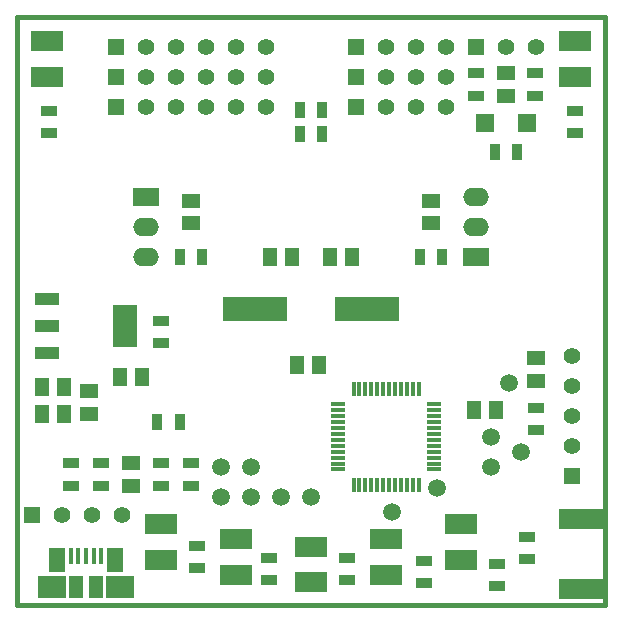
<source format=gts>
G04 (created by PCBNEW-RS274X (2012-01-19 BZR 3256)-stable) date 4/1/2013 11:25:46 AM*
G01*
G70*
G90*
%MOIN*%
G04 Gerber Fmt 3.4, Leading zero omitted, Abs format*
%FSLAX34Y34*%
G04 APERTURE LIST*
%ADD10C,0.006000*%
%ADD11C,0.015000*%
%ADD12R,0.046200X0.074700*%
%ADD13R,0.093500X0.074700*%
%ADD14R,0.058000X0.082700*%
%ADD15R,0.017700X0.054300*%
%ADD16R,0.145700X0.066900*%
%ADD17R,0.086600X0.060000*%
%ADD18O,0.086600X0.060000*%
%ADD19R,0.080000X0.144000*%
%ADD20R,0.080000X0.040000*%
%ADD21R,0.011800X0.051200*%
%ADD22R,0.051200X0.011800*%
%ADD23R,0.059000X0.059000*%
%ADD24R,0.055000X0.055000*%
%ADD25C,0.055000*%
%ADD26R,0.216500X0.078700*%
%ADD27R,0.106200X0.070700*%
%ADD28R,0.055000X0.035000*%
%ADD29R,0.051200X0.059000*%
%ADD30R,0.059000X0.051200*%
%ADD31R,0.035000X0.055000*%
%ADD32C,0.059100*%
G04 APERTURE END LIST*
G54D10*
G54D11*
X27700Y-48600D02*
X27700Y-29000D01*
X47300Y-48600D02*
X27700Y-48600D01*
X47300Y-29000D02*
X47300Y-48600D01*
X27700Y-29000D02*
X47300Y-29000D01*
G54D12*
X29670Y-48000D03*
X30330Y-48000D03*
G54D13*
X31147Y-48000D03*
X28853Y-48000D03*
G54D14*
X30969Y-47095D03*
X29031Y-47095D03*
G54D15*
X29488Y-46953D03*
X29744Y-46953D03*
X30000Y-46953D03*
X30256Y-46953D03*
X30512Y-46953D03*
G54D16*
X46500Y-48061D03*
X46500Y-45739D03*
G54D17*
X43000Y-37000D03*
G54D18*
X43000Y-36000D03*
X43000Y-35000D03*
G54D17*
X32000Y-35000D03*
G54D18*
X32000Y-36000D03*
X32000Y-37000D03*
G54D19*
X31300Y-39300D03*
G54D20*
X28700Y-39300D03*
X28700Y-40200D03*
X28700Y-38400D03*
G54D21*
X40492Y-41386D03*
X40295Y-41386D03*
X40098Y-41386D03*
X39902Y-41386D03*
X39705Y-41386D03*
X41083Y-41386D03*
X40886Y-41386D03*
X40689Y-41386D03*
G54D22*
X38386Y-41917D03*
X38386Y-42114D03*
X38386Y-42311D03*
X38386Y-42508D03*
X38386Y-42705D03*
X38386Y-42902D03*
X38386Y-43098D03*
X38386Y-43295D03*
G54D21*
X38917Y-44614D03*
X39114Y-44614D03*
X39311Y-44614D03*
X39508Y-44614D03*
X39705Y-44614D03*
X39902Y-44614D03*
X40098Y-44614D03*
X40295Y-44614D03*
G54D22*
X41614Y-44083D03*
X41614Y-43886D03*
X41614Y-43689D03*
X41614Y-43492D03*
X41614Y-43295D03*
X41614Y-43098D03*
X41614Y-42902D03*
X41614Y-42705D03*
G54D21*
X39508Y-41386D03*
X39311Y-41386D03*
X39114Y-41386D03*
X38917Y-41386D03*
G54D22*
X38386Y-43492D03*
X38386Y-43689D03*
X38386Y-43886D03*
X38386Y-44083D03*
G54D21*
X40492Y-44614D03*
X40689Y-44614D03*
X40886Y-44614D03*
X41083Y-44614D03*
G54D22*
X41614Y-42508D03*
X41614Y-42311D03*
X41614Y-42114D03*
X41614Y-41917D03*
G54D23*
X44688Y-32550D03*
X43312Y-32550D03*
G54D24*
X43000Y-30000D03*
G54D25*
X44000Y-30000D03*
X45000Y-30000D03*
G54D26*
X35630Y-38750D03*
X39370Y-38750D03*
G54D27*
X28700Y-29810D03*
X28700Y-30990D03*
X46300Y-29810D03*
X46300Y-30990D03*
X32500Y-45910D03*
X32500Y-47090D03*
X35000Y-46410D03*
X35000Y-47590D03*
X37500Y-46660D03*
X37500Y-47840D03*
X40000Y-46410D03*
X40000Y-47590D03*
X42500Y-45910D03*
X42500Y-47090D03*
G54D28*
X32500Y-39125D03*
X32500Y-39875D03*
G54D29*
X28525Y-41350D03*
X29275Y-41350D03*
G54D30*
X45000Y-41125D03*
X45000Y-40375D03*
X33500Y-35875D03*
X33500Y-35125D03*
G54D29*
X42925Y-42100D03*
X43675Y-42100D03*
X37775Y-40600D03*
X37025Y-40600D03*
X36125Y-37000D03*
X36875Y-37000D03*
X38875Y-37000D03*
X38125Y-37000D03*
G54D30*
X31500Y-43875D03*
X31500Y-44625D03*
X30100Y-42225D03*
X30100Y-41475D03*
G54D28*
X28750Y-32125D03*
X28750Y-32875D03*
X45000Y-42775D03*
X45000Y-42025D03*
G54D31*
X41875Y-37000D03*
X41125Y-37000D03*
G54D28*
X29500Y-43875D03*
X29500Y-44625D03*
X30500Y-44625D03*
X30500Y-43875D03*
G54D31*
X37125Y-32900D03*
X37875Y-32900D03*
X37125Y-32100D03*
X37875Y-32100D03*
X33875Y-37000D03*
X33125Y-37000D03*
G54D28*
X46300Y-32125D03*
X46300Y-32875D03*
X44950Y-30875D03*
X44950Y-31625D03*
X33700Y-46625D03*
X33700Y-47375D03*
X36100Y-47025D03*
X36100Y-47775D03*
X38700Y-47025D03*
X38700Y-47775D03*
X41250Y-47125D03*
X41250Y-47875D03*
X43700Y-47225D03*
X43700Y-47975D03*
X44700Y-46325D03*
X44700Y-47075D03*
X33500Y-43875D03*
X33500Y-44625D03*
G54D31*
X33125Y-42500D03*
X32375Y-42500D03*
G54D28*
X32500Y-44625D03*
X32500Y-43875D03*
G54D31*
X43625Y-33500D03*
X44375Y-33500D03*
G54D28*
X43000Y-31625D03*
X43000Y-30875D03*
G54D30*
X44000Y-31625D03*
X44000Y-30875D03*
G54D24*
X31000Y-30000D03*
G54D25*
X32000Y-30000D03*
X33000Y-30000D03*
X34000Y-30000D03*
X35000Y-30000D03*
X36000Y-30000D03*
G54D24*
X39000Y-30000D03*
G54D25*
X40000Y-30000D03*
X41000Y-30000D03*
X42000Y-30000D03*
G54D24*
X39000Y-31000D03*
G54D25*
X40000Y-31000D03*
X41000Y-31000D03*
X42000Y-31000D03*
G54D24*
X39000Y-32000D03*
G54D25*
X40000Y-32000D03*
X41000Y-32000D03*
X42000Y-32000D03*
G54D24*
X31000Y-32000D03*
G54D25*
X32000Y-32000D03*
X33000Y-32000D03*
X34000Y-32000D03*
X35000Y-32000D03*
X36000Y-32000D03*
G54D24*
X31000Y-31000D03*
G54D25*
X32000Y-31000D03*
X33000Y-31000D03*
X34000Y-31000D03*
X35000Y-31000D03*
X36000Y-31000D03*
G54D24*
X28200Y-45600D03*
G54D25*
X29200Y-45600D03*
X30200Y-45600D03*
X31200Y-45600D03*
G54D29*
X28525Y-42250D03*
X29275Y-42250D03*
X31875Y-41000D03*
X31125Y-41000D03*
G54D30*
X41500Y-35875D03*
X41500Y-35125D03*
G54D24*
X46200Y-44300D03*
G54D25*
X46200Y-43300D03*
X46200Y-42300D03*
X46200Y-41300D03*
X46200Y-40300D03*
G54D32*
X41700Y-44700D03*
X34500Y-44000D03*
X35500Y-45000D03*
X40200Y-45500D03*
X37500Y-45000D03*
X35500Y-44000D03*
X34500Y-45000D03*
X43500Y-44000D03*
X44100Y-41200D03*
X36500Y-45000D03*
X44500Y-43500D03*
X43500Y-43000D03*
M02*

</source>
